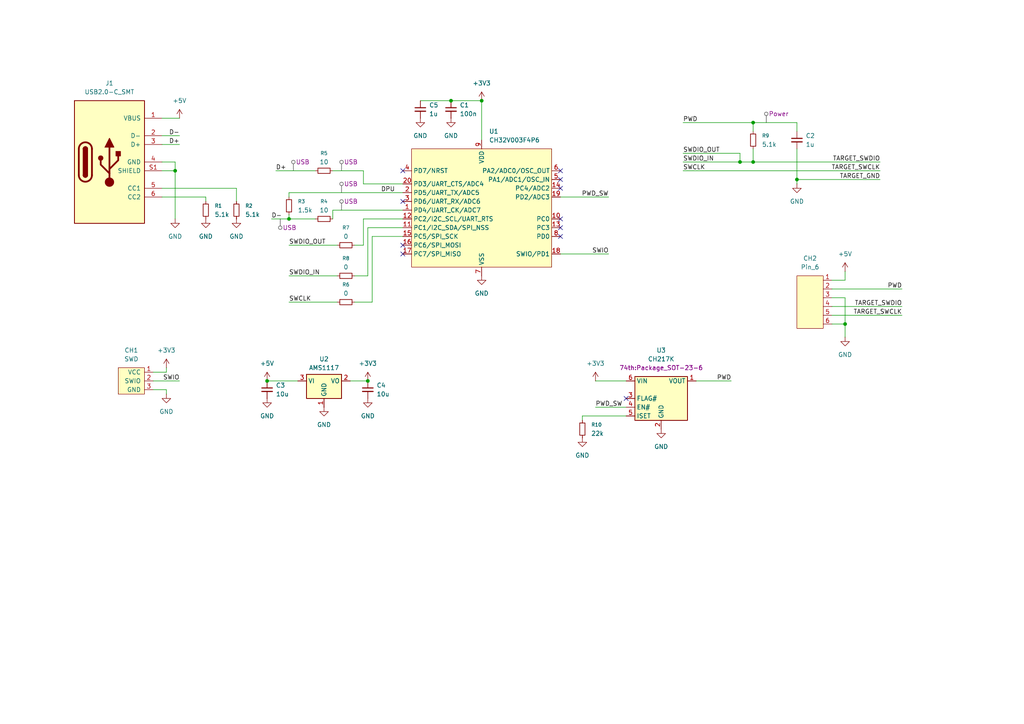
<source format=kicad_sch>
(kicad_sch (version 20250114) (generator "eeschema") (generator_version "9.0")
  (paper "A4")
  (title_block (title "RVSWDIO Programer") (rev "1.0.0"))
  (lib_symbols
    (symbol "74th_Interface:Pin_6_GND"
      (property "Reference" "CH" (at 0 2.54 0))
      (property "Value" "Pin_6" (at 0 5.08 0))
      (symbol "Pin_6_GND_0_1"
        (rectangle (start -3.81 1.27) (end 3.81 -13.97) (stroke (width 0.1524)) (fill (type background)))
      )
      (symbol "Pin_6_GND_1_1"
        (pin bidirectional line (at 6.35 0 180) (length 2.54) (name "") (number "1"))
        (pin bidirectional line (at 6.35 -2.54 180) (length 2.54) (name "") (number "2"))
        (pin bidirectional line (at 6.35 -5.08 180) (length 2.54) (name "") (number "3"))
        (pin bidirectional line (at 6.35 -7.62 180) (length 2.54) (name "") (number "4"))
        (pin bidirectional line (at 6.35 -10.16 180) (length 2.54) (name "") (number "5"))
        (pin power_in line (at 6.35 -12.7 180) (length 2.54) (name "") (number "6"))
      )
    )
    (symbol "74th_Interface:SWD_WCH-1Wire_WITH-VCC" (pin_names (offset 1.016))
      (property "Reference" "CH" (at -3.81 5.08 0))
      (property "Value" "SWD" (at 3.81 5.08 0))
      (symbol "SWD_WCH-1Wire_WITH-VCC_0_1"
        (rectangle (start -3.81 3.81) (end 3.81 -3.81) (fill (type background)))
      )
      (symbol "SWD_WCH-1Wire_WITH-VCC_1_1"
        (pin power_in line (at 6.35 2.54 180) (length 2.54) (name "VCC") (number "1"))
        (pin bidirectional line (at 6.35 0 180) (length 2.54) (name "SWIO") (number "2"))
        (pin power_in line (at 6.35 -2.54 180) (length 2.54) (name "GND") (number "3"))
      )
    )
    (symbol "74th_Interface:USB_TypeC-2.0_Receptacle_Simple" (pin_names (offset 1.016))
      (property "Reference" "J" (at -10.16 19.05 0))
      (property "Value" "USB2.0-C_SMT" (at 15.24 19.05 0))
      (symbol "USB_TypeC-2.0_Receptacle_Simple_0_1"
        (rectangle (start -10.16 17.78) (end 10.16 -17.78) (stroke (width 0.254)) (fill (type background)))
        (polyline (pts (xy -8.89 -3.81) (xy -8.89 3.81)) (stroke (width 0.508)))
        (rectangle (start -7.62 -3.81) (end -6.35 3.81) (stroke (width 0.254)) (fill (type outline)))
        (arc (start -7.62 3.81) (mid -6.985 4.4423) (end -6.35 3.81) (stroke (width 0.254)))
        (arc (start -7.62 3.81) (mid -6.985 4.4423) (end -6.35 3.81) (stroke (width 0.254)) (fill (type outline)))
        (arc (start -8.89 3.81) (mid -6.985 5.7067) (end -5.08 3.81) (stroke (width 0.508)))
        (arc (start -5.08 -3.81) (mid -6.985 -5.7067) (end -8.89 -3.81) (stroke (width 0.508)))
        (arc (start -6.35 -3.81) (mid -6.985 -4.4423) (end -7.62 -3.81) (stroke (width 0.254)))
        (arc (start -6.35 -3.81) (mid -6.985 -4.4423) (end -7.62 -3.81) (stroke (width 0.254)) (fill (type outline)))
        (polyline (pts (xy -5.08 3.81) (xy -5.08 -3.81)) (stroke (width 0.508)))
        (circle (center -2.54 1.143) (radius 0.635) (stroke (width 0.254)) (fill (type outline)))
        (polyline (pts (xy -1.27 4.318) (xy 0 6.858) (xy 1.27 4.318) (xy -1.27 4.318)) (stroke (width 0.254)) (fill (type outline)))
        (polyline (pts (xy 0 -2.032) (xy 2.54 0.508) (xy 2.54 1.778)) (stroke (width 0.508)))
        (polyline (pts (xy 0 -3.302) (xy -2.54 -0.762) (xy -2.54 0.508)) (stroke (width 0.508)))
        (polyline (pts (xy 0 -5.842) (xy 0 4.318)) (stroke (width 0.508)))
        (circle (center 0 -5.842) (radius 1.27) (fill (type outline)))
        (rectangle (start 1.905 1.778) (end 3.175 3.048) (stroke (width 0.254)) (fill (type outline)))
      )
      (symbol "USB_TypeC-2.0_Receptacle_Simple_1_1"
        (pin power_out line (at 15.24 12.7 180) (length 5.08) (name "VBUS") (number "1"))
        (pin bidirectional line (at 15.24 7.62 180) (length 5.08) (name "D-") (number "2"))
        (pin bidirectional line (at 15.24 5.08 180) (length 5.08) (name "D+") (number "3"))
        (pin power_out line (at 15.24 0 180) (length 5.08) (name "GND") (number "4"))
        (pin passive line (at 15.24 -2.54 180) (length 5.08) (name "SHIELD") (number "S1"))
        (pin input line (at 15.24 -7.62 180) (length 5.08) (name "CC1") (number "5"))
        (pin input line (at 15.24 -10.16 180) (length 5.08) (name "CC2") (number "6"))
      )
    )
    (symbol "74th_MCU:CH32V003F4P6"
      (property "Reference" "U" (at -11.43 25.4 0))
      (property "Value" "CH32V003F4P6" (at 12.7 25.4 0))
      (symbol "CH32V003F4P6_0_1"
        (rectangle (start -20.32 24.13) (end 20.32 -10.16) (stroke (width 0.1524)) (fill (type background)))
      )
      (symbol "CH32V003F4P6_1_1"
        (pin bidirectional line (at -22.86 17.78 0) (length 2.54) (name "PD7/NRST") (number "4"))
        (pin bidirectional line (at -22.86 13.97 0) (length 2.54) (name "PD3/UART_CTS/ADC4") (number "20"))
        (pin bidirectional line (at -22.86 11.43 0) (length 2.54) (name "PD5/UART_TX/ADC5") (number "2"))
        (pin bidirectional line (at -22.86 8.89 0) (length 2.54) (name "PD6/UART_RX/ADC6") (number "3"))
        (pin bidirectional line (at -22.86 6.35 0) (length 2.54) (name "PD4/UART_CK/ADC7") (number "1"))
        (pin bidirectional line (at -22.86 3.81 0) (length 2.54) (name "PC2/I2C_SCL/UART_RTS") (number "12"))
        (pin bidirectional line (at -22.86 1.27 0) (length 2.54) (name "PC1/I2C_SDA/SPI_NSS") (number "11"))
        (pin bidirectional line (at -22.86 -1.27 0) (length 2.54) (name "PC5/SPI_SCK") (number "15"))
        (pin bidirectional line (at -22.86 -3.81 0) (length 2.54) (name "PC6/SPI_MOSI") (number "16"))
        (pin bidirectional line (at -22.86 -6.35 0) (length 2.54) (name "PC7/SPI_MISO") (number "17"))
        (pin power_in line (at 0 26.67 270) (length 2.54) (name "VDD") (number "9"))
        (pin power_in line (at 0 -12.7 90) (length 2.54) (name "VSS") (number "7"))
        (pin bidirectional line (at 22.86 17.78 180) (length 2.54) (name "PA2/ADC0/OSC_OUT") (number "6"))
        (pin bidirectional line (at 22.86 15.24 180) (length 2.54) (name "PA1/ADC1/OSC_IN") (number "5"))
        (pin bidirectional line (at 22.86 12.7 180) (length 2.54) (name "PC4/ADC2") (number "14"))
        (pin bidirectional line (at 22.86 10.16 180) (length 2.54) (name "PD2/ADC3") (number "19"))
        (pin bidirectional line (at 22.86 3.81 180) (length 2.54) (name "PC0") (number "10"))
        (pin bidirectional line (at 22.86 1.27 180) (length 2.54) (name "PC3") (number "13"))
        (pin bidirectional line (at 22.86 -1.27 180) (length 2.54) (name "PD0") (number "8"))
        (pin bidirectional line (at 22.86 -6.35 180) (length 2.54) (name "SWIO/PD1") (number "18"))
      )
    )
    (symbol "74th_Passive:AMS1117-3.3_Regulator_SOT89"
      (property "Reference" "U" (at -3.81 3.175 0))
      (property "Value" "AMS1117" (at 0 3.175 0))
      (symbol "AMS1117-3.3_Regulator_SOT89_0_1"
        (rectangle (start -5.08 1.905) (end 5.08 -5.08) (stroke (width 0.254)) (fill (type background)))
      )
      (symbol "AMS1117-3.3_Regulator_SOT89_1_1"
        (pin power_in line (at -7.62 0 0) (length 2.54) (name "VI") (number "3"))
        (pin power_in line (at 0 -7.62 90) (length 2.54) (name "GND") (number "1"))
        (pin power_out line (at 7.62 0 180) (length 2.54) (name "VO") (number "2"))
      )
    )
    (symbol "74th_Passive:CH217K_USB-Power-Limit-Switch"
      (property "Reference" "U" (at -6.35 5.08 0))
      (property "Value" "CH217K" (at 3.81 5.08 0))
      (property "Footprint" "74th:Package_SOT-23-6" (at 17.78 -10.16 0))
      (symbol "CH217K_USB-Power-Limit-Switch_1_1"
        (rectangle (start -7.62 3.81) (end 7.62 -8.89) (stroke (width 0.254)) (fill (type background)))
        (pin power_in line (at -10.16 2.54 0) (length 2.54) (name "VIN") (number "6"))
        (pin input line (at -10.16 -2.54 0) (length 2.54) (name "FLAG#") (number "3"))
        (pin input line (at -10.16 -5.08 0) (length 2.54) (name "EN#") (number "4"))
        (pin input line (at -10.16 -7.62 0) (length 2.54) (name "ISET") (number "5"))
        (pin power_in line (at 0 -11.43 90) (length 2.54) (name "GND") (number "2"))
        (pin power_out line (at 10.16 2.54 180) (length 2.54) (name "VOUT") (number "1"))
      )
    )
    (symbol "Device:C_Small" (pin_numbers (hide yes)) (pin_names (offset 0.254) (hide yes))
      (property "Reference" "C" (at 0.254 1.778 0))
      (property "Value" "C_Small" (at 0.254 -2.032 0))
      (symbol "C_Small_0_1"
        (polyline (pts (xy -1.524 0.508) (xy 1.524 0.508)) (stroke (width 0.3048)))
        (polyline (pts (xy -1.524 -0.508) (xy 1.524 -0.508)) (stroke (width 0.3302)))
      )
      (symbol "C_Small_1_1"
        (pin passive line (at 0 2.54 270) (length 2.032) (name "~") (number "1"))
        (pin passive line (at 0 -2.54 90) (length 2.032) (name "~") (number "2"))
      )
    )
    (symbol "Device:R_Small" (pin_numbers (hide yes)) (pin_names (offset 0.254) (hide yes))
      (property "Reference" "R" (at 0 0 90))
      (property "Value" "R_Small" (at 1.778 0 90))
      (symbol "R_Small_0_1"
        (rectangle (start -0.762 1.778) (end 0.762 -1.778) (stroke (width 0.2032)))
      )
      (symbol "R_Small_1_1"
        (pin passive line (at 0 2.54 270) (length 0.762) (name "~") (number "1"))
        (pin passive line (at 0 -2.54 90) (length 0.762) (name "~") (number "2"))
      )
    )
    (symbol "power:+3V3" (power) (pin_numbers (hide yes)) (pin_names (offset 0) (hide yes))
      (property "Value" "+3V3" (at 0 3.556 0))
      (symbol "+3V3_0_1"
        (polyline (pts (xy -0.762 1.27) (xy 0 2.54)))
        (polyline (pts (xy 0 2.54) (xy 0.762 1.27)))
        (polyline (pts (xy 0 0) (xy 0 2.54)))
      )
      (symbol "+3V3_1_1"
        (pin power_in line (at 0 0 90) (length 0) (name "~") (number "1"))
      )
    )
    (symbol "power:+5V" (power) (pin_numbers (hide yes)) (pin_names (offset 0) (hide yes))
      (property "Value" "+5V" (at 0 3.556 0))
      (symbol "+5V_0_1"
        (polyline (pts (xy -0.762 1.27) (xy 0 2.54)))
        (polyline (pts (xy 0 2.54) (xy 0.762 1.27)))
        (polyline (pts (xy 0 0) (xy 0 2.54)))
      )
      (symbol "+5V_1_1"
        (pin power_in line (at 0 0 90) (length 0) (name "~") (number "1"))
      )
    )
    (symbol "power:GND" (power) (pin_numbers (hide yes)) (pin_names (offset 0) (hide yes))
      (property "Value" "GND" (at 0 -3.81 0))
      (symbol "GND_0_1"
        (polyline (pts (xy 0 0) (xy 0 -1.27) (xy 1.27 -1.27) (xy 0 -2.54) (xy -1.27 -1.27) (xy 0 -1.27)))
      )
      (symbol "GND_1_1"
        (pin power_in line (at 0 0 270) (length 0) (name "~") (number "1"))
      )
    )
  )
  (junction (at 106.68 110.49))
  (junction (at 77.47 110.49))
  (junction (at 130.81 29.21))
  (junction (at 245.11 93.98))
  (junction (at 83.82 63.5))
  (junction (at 218.44 35.56))
  (junction (at 139.7 29.21))
  (junction (at 50.8 49.53))
  (junction (at 214.63 46.99))
  (junction (at 218.44 46.99))
  (junction (at 231.14 52.07))
  (no_connect (at 162.56 68.58))
  (no_connect (at 162.56 66.04))
  (no_connect (at 162.56 49.53))
  (no_connect (at 162.56 54.61))
  (no_connect (at 116.84 58.42))
  (no_connect (at 162.56 63.5))
  (no_connect (at 116.84 73.66))
  (no_connect (at 181.61 115.57))
  (no_connect (at 116.84 71.12))
  (no_connect (at 162.56 52.07))
  (no_connect (at 116.84 49.53))
  (wire (pts (xy 198.12 44.45) (xy 214.63 44.45)))
  (wire (pts (xy 162.56 57.15) (xy 176.53 57.15)))
  (wire (pts (xy 96.52 60.96) (xy 116.84 60.96)))
  (wire (pts (xy 102.87 80.01) (xy 106.68 80.01)))
  (wire (pts (xy 245.11 86.36) (xy 245.11 93.98)))
  (wire (pts (xy 172.72 110.49) (xy 181.61 110.49)))
  (wire (pts (xy 50.8 46.99) (xy 50.8 49.53)))
  (wire (pts (xy 218.44 35.56) (xy 218.44 38.1)))
  (wire (pts (xy 241.3 86.36) (xy 245.11 86.36)))
  (wire (pts (xy 198.12 35.56) (xy 218.44 35.56)))
  (wire (pts (xy 50.8 49.53) (xy 50.8 63.5)))
  (wire (pts (xy 83.82 71.12) (xy 97.79 71.12)))
  (wire (pts (xy 59.69 57.15) (xy 59.69 58.42)))
  (wire (pts (xy 83.82 63.5) (xy 83.82 62.23)))
  (wire (pts (xy 214.63 46.99) (xy 198.12 46.99)))
  (wire (pts (xy 46.99 46.99) (xy 50.8 46.99)))
  (wire (pts (xy 96.52 63.5) (xy 96.52 60.96)))
  (wire (pts (xy 48.26 113.03) (xy 48.26 114.3)))
  (wire (pts (xy 46.99 57.15) (xy 59.69 57.15)))
  (wire (pts (xy 83.82 80.01) (xy 97.79 80.01)))
  (wire (pts (xy 105.41 49.53) (xy 105.41 53.34)))
  (wire (pts (xy 44.45 110.49) (xy 52.07 110.49)))
  (wire (pts (xy 245.11 81.28) (xy 245.11 78.74)))
  (wire (pts (xy 105.41 71.12) (xy 105.41 63.5)))
  (wire (pts (xy 83.82 57.15) (xy 83.82 55.88)))
  (wire (pts (xy 68.58 54.61) (xy 68.58 58.42)))
  (wire (pts (xy 130.81 29.21) (xy 139.7 29.21)))
  (wire (pts (xy 48.26 107.95) (xy 48.26 106.68)))
  (wire (pts (xy 218.44 43.18) (xy 218.44 46.99)))
  (wire (pts (xy 97.79 87.63) (xy 83.82 87.63)))
  (wire (pts (xy 201.93 110.49) (xy 212.09 110.49)))
  (wire (pts (xy 241.3 93.98) (xy 245.11 93.98)))
  (wire (pts (xy 231.14 38.1) (xy 231.14 35.56)))
  (wire (pts (xy 46.99 54.61) (xy 68.58 54.61)))
  (wire (pts (xy 241.3 88.9) (xy 261.62 88.9)))
  (wire (pts (xy 83.82 55.88) (xy 116.84 55.88)))
  (wire (pts (xy 214.63 46.99) (xy 218.44 46.99)))
  (wire (pts (xy 181.61 120.65) (xy 168.91 120.65)))
  (wire (pts (xy 105.41 53.34) (xy 116.84 53.34)))
  (wire (pts (xy 245.11 93.98) (xy 245.11 97.79)))
  (wire (pts (xy 214.63 44.45) (xy 214.63 46.99)))
  (wire (pts (xy 46.99 41.91) (xy 52.07 41.91)))
  (wire (pts (xy 106.68 66.04) (xy 116.84 66.04)))
  (wire (pts (xy 46.99 34.29) (xy 52.07 34.29)))
  (wire (pts (xy 139.7 29.21) (xy 139.7 40.64)))
  (wire (pts (xy 46.99 39.37) (xy 52.07 39.37)))
  (wire (pts (xy 231.14 52.07) (xy 255.27 52.07)))
  (wire (pts (xy 241.3 91.44) (xy 261.62 91.44)))
  (wire (pts (xy 105.41 63.5) (xy 116.84 63.5)))
  (wire (pts (xy 107.95 87.63) (xy 102.87 87.63)))
  (wire (pts (xy 231.14 43.18) (xy 231.14 52.07)))
  (wire (pts (xy 107.95 68.58) (xy 116.84 68.58)))
  (wire (pts (xy 241.3 81.28) (xy 245.11 81.28)))
  (wire (pts (xy 101.6 110.49) (xy 106.68 110.49)))
  (wire (pts (xy 83.82 63.5) (xy 91.44 63.5)))
  (wire (pts (xy 107.95 87.63) (xy 107.95 68.58)))
  (wire (pts (xy 44.45 113.03) (xy 48.26 113.03)))
  (wire (pts (xy 172.72 118.11) (xy 181.61 118.11)))
  (wire (pts (xy 46.99 49.53) (xy 50.8 49.53)))
  (wire (pts (xy 231.14 35.56) (xy 218.44 35.56)))
  (wire (pts (xy 96.52 49.53) (xy 105.41 49.53)))
  (wire (pts (xy 241.3 83.82) (xy 261.62 83.82)))
  (wire (pts (xy 106.68 80.01) (xy 106.68 66.04)))
  (wire (pts (xy 218.44 46.99) (xy 255.27 46.99)))
  (wire (pts (xy 78.74 63.5) (xy 83.82 63.5)))
  (wire (pts (xy 102.87 71.12) (xy 105.41 71.12)))
  (wire (pts (xy 80.01 49.53) (xy 91.44 49.53)))
  (wire (pts (xy 168.91 120.65) (xy 168.91 121.92)))
  (wire (pts (xy 44.45 107.95) (xy 48.26 107.95)))
  (wire (pts (xy 198.12 49.53) (xy 255.27 49.53)))
  (wire (pts (xy 77.47 110.49) (xy 86.36 110.49)))
  (wire (pts (xy 162.56 73.66) (xy 176.53 73.66)))
  (wire (pts (xy 121.92 29.21) (xy 130.81 29.21)))
  (wire (pts (xy 231.14 52.07) (xy 231.14 53.34)))
  (label "D-" (at 52.07 39.37 180))
  (label "SWCLK" (at 198.12 49.53 0))
  (label "D+" (at 80.01 49.53 0))
  (label "SWIO" (at 176.53 73.66 180))
  (label "SWIO" (at 52.07 110.49 180))
  (label "D+" (at 52.07 41.91 180))
  (label "PWD_SW" (at 172.72 118.11 0))
  (label "SWDIO_OUT" (at 198.12 44.45 0))
  (label "PWD_SW" (at 176.53 57.15 180))
  (label "D-" (at 78.74 63.5 0))
  (label "SWDIO_IN" (at 83.82 80.01 0))
  (label "PWD" (at 198.12 35.56 0))
  (label "TARGET_SWCLK" (at 255.27 49.53 180))
  (label "PWD" (at 261.62 83.82 180))
  (label "TARGET_SWCLK" (at 261.62 91.44 180))
  (label "TARGET_SWDIO" (at 261.62 88.9 180))
  (label "SWDIO_IN" (at 198.12 46.99 0))
  (label "SWCLK" (at 83.82 87.63 0))
  (label "DPU" (at 110.49 55.88 0))
  (label "SWDIO_OUT" (at 83.82 71.12 0))
  (label "TARGET_SWDIO" (at 255.27 46.99 180))
  (label "PWD" (at 212.09 110.49 180))
  (label "TARGET_GND" (at 255.27 52.07 180))
  (netclass_flag "" (length 2.54) (shape round) (at 81.28 63.5 180) (property "Netclass" "USB" (at 81.9785 66.04 0) (effects (justify left))))
  (netclass_flag "" (length 2.54) (shape round) (at 99.06 55.88 0) (property "Netclass" "USB" (at 99.7585 53.34 0) (effects (justify left))))
  (netclass_flag "" (length 2.54) (shape round) (at 99.06 49.53 0) (property "Netclass" "USB" (at 99.7585 46.99 0) (effects (justify left))))
  (netclass_flag "" (length 2.54) (shape round) (at 85.09 49.53 0) (property "Netclass" "USB" (at 85.7885 46.99 0) (effects (justify left))))
  (netclass_flag "" (length 2.54) (shape round) (at 99.06 60.96 0) (property "Netclass" "USB" (at 99.7585 58.42 0) (effects (justify left))))
  (netclass_flag "" (length 2.54) (shape round) (at 222.25 35.56 0) (property "Netclass" "Power" (at 222.9485 33.02 0) (effects (justify left))))
  (symbol (lib_id "74th_Interface:SWD_WCH-1Wire_WITH-VCC") (at 38.1 110.49 0) (unit 1)
    (property "Reference" "CH1" (at 38.1 101.6 0))
    (property "Value" "SWD" (at 38.1 104.14 0))
    (property "Footprint" "74th:PinOut_Pin_3_3GND" (effects (hide yes)))
  )
  (symbol (lib_id "Device:R_Small") (at 100.33 87.63 90) (unit 1)
    (property "Reference" "R6" (at 100.33 82.55 90) (effects (font (size 1.016 1.016))))
    (property "Value" "0" (at 100.33 85.09 90))
    (property "Footprint" "74th:Register_0603_1608" (effects (hide yes)))
    (property "Description" "Resistor, small symbol" (effects (hide yes)))
  )
  (symbol (lib_id "power:GND") (at 168.91 127 0) (unit 1)
    (property "Reference" "#PWR012" (effects (hide yes)))
    (property "Value" "GND" (at 168.91 132.08 0))
    (property "Description" "Power symbol creates a global label with name \"GND\" , ground" (effects (hide yes)))
  )
  (symbol (lib_id "Device:C_Small") (at 77.47 113.03 0) (unit 1)
    (property "Reference" "C3" (at 80.01 111.7662 0) (effects (justify left)))
    (property "Value" "10u" (at 80.01 114.3062 0) (effects (justify left)))
    (property "Footprint" "74th:Capacitor_0603_1608" (effects (hide yes)))
    (property "Description" "Unpolarized capacitor, small symbol" (effects (hide yes)))
  )
  (symbol (lib_id "power:GND") (at 59.69 63.5 0) (unit 1)
    (property "Reference" "#PWR09" (effects (hide yes)))
    (property "Value" "GND" (at 59.69 68.58 0))
    (property "Description" "Power symbol creates a global label with name \"GND\" , ground" (effects (hide yes)))
  )
  (symbol (lib_id "power:GND") (at 130.81 34.29 0) (unit 1)
    (property "Reference" "#PWR03" (effects (hide yes)))
    (property "Value" "GND" (at 130.81 39.37 0))
    (property "Description" "Power symbol creates a global label with name \"GND\" , ground" (effects (hide yes)))
  )
  (symbol (lib_id "Device:R_Small") (at 59.69 60.96 0) (unit 1)
    (property "Reference" "R1" (at 62.23 59.6899 0) (effects (font (size 1.016 1.016)) (justify left)))
    (property "Value" "5.1k" (at 62.23 62.2299 0) (effects (justify left)))
    (property "Footprint" "74th:Register_0603_1608" (effects (hide yes)))
    (property "Description" "Resistor, small symbol" (effects (hide yes)))
  )
  (symbol (lib_id "power:+5V") (at 245.11 78.74 0) (unit 1)
    (property "Reference" "#PWR017" (effects (hide yes)))
    (property "Value" "+5V" (at 245.11 73.66 0))
    (property "Description" "Power symbol creates a global label with name \"+5V\"" (effects (hide yes)))
  )
  (symbol (lib_id "power:+5V") (at 77.47 110.49 0) (unit 1)
    (property "Reference" "#PWR07" (effects (hide yes)))
    (property "Value" "+5V" (at 77.47 105.41 0))
    (property "Description" "Power symbol creates a global label with name \"+5V\"" (effects (hide yes)))
  )
  (symbol (lib_id "Device:R_Small") (at 83.82 59.69 0) (unit 1)
    (property "Reference" "R3" (at 86.36 58.4199 0) (effects (font (size 1.016 1.016)) (justify left)))
    (property "Value" "1.5k" (at 86.36 60.9599 0) (effects (justify left)))
    (property "Footprint" "74th:Register_0603_1608" (effects (hide yes)))
    (property "Description" "Resistor, small symbol" (effects (hide yes)))
  )
  (symbol (lib_id "Device:C_Small") (at 121.92 31.75 0) (unit 1)
    (property "Reference" "C5" (at 124.46 30.4862 0) (effects (justify left)))
    (property "Value" "1u" (at 124.46 33.0262 0) (effects (justify left)))
    (property "Footprint" "74th:Capacitor_0603_1608" (effects (hide yes)))
    (property "Description" "Unpolarized capacitor, small symbol" (effects (hide yes)))
  )
  (symbol (lib_id "Device:C_Small") (at 106.68 113.03 0) (unit 1)
    (property "Reference" "C4" (at 109.22 111.7662 0) (effects (justify left)))
    (property "Value" "10u" (at 109.22 114.3062 0) (effects (justify left)))
    (property "Footprint" "74th:Capacitor_0603_1608" (effects (hide yes)))
    (property "Description" "Unpolarized capacitor, small symbol" (effects (hide yes)))
  )
  (symbol (lib_id "74th_MCU:CH32V003F4P6") (at 139.7 67.31 0) (unit 1)
    (property "Reference" "U1" (at 141.8433 38.1 0) (effects (justify left)))
    (property "Value" "CH32V003F4P6" (at 141.8433 40.64 0) (effects (justify left)))
    (property "Footprint" "74th:Package_TSSOP-20_4.4x6.5mm_P0.65mm" (effects (hide yes)))
  )
  (symbol (lib_id "power:GND") (at 231.14 53.34 0) (unit 1)
    (property "Reference" "#PWR013" (effects (hide yes)))
    (property "Value" "GND" (at 231.14 58.42 0))
    (property "Description" "Power symbol creates a global label with name \"GND\" , ground" (effects (hide yes)))
  )
  (symbol (lib_id "power:+3V3") (at 172.72 110.49 0) (unit 1)
    (property "Reference" "#PWR021" (effects (hide yes)))
    (property "Value" "+3V3" (at 172.72 105.41 0))
    (property "Description" "Power symbol creates a global label with name \"+3V3\"" (effects (hide yes)))
  )
  (symbol (lib_id "Device:R_Small") (at 93.98 49.53 90) (unit 1)
    (property "Reference" "R5" (at 93.98 44.45 90) (effects (font (size 1.016 1.016))))
    (property "Value" "10" (at 93.98 46.99 90))
    (property "Footprint" "74th:Register_0603_1608" (effects (hide yes)))
    (property "Description" "Resistor, small symbol" (effects (hide yes)))
  )
  (symbol (lib_id "power:GND") (at 121.92 34.29 0) (unit 1)
    (property "Reference" "#PWR018" (effects (hide yes)))
    (property "Value" "GND" (at 121.92 39.37 0))
    (property "Description" "Power symbol creates a global label with name \"GND\" , ground" (effects (hide yes)))
  )
  (symbol (lib_id "power:+3V3") (at 139.7 29.21 0) (unit 1)
    (property "Reference" "#PWR01" (effects (hide yes)))
    (property "Value" "+3V3" (at 139.7 24.13 0))
    (property "Description" "Power symbol creates a global label with name \"+3V3\"" (effects (hide yes)))
  )
  (symbol (lib_id "power:GND") (at 50.8 63.5 0) (unit 1)
    (property "Reference" "#PWR011" (effects (hide yes)))
    (property "Value" "GND" (at 50.8 68.58 0))
    (property "Description" "Power symbol creates a global label with name \"GND\" , ground" (effects (hide yes)))
  )
  (symbol (lib_id "power:GND") (at 48.26 114.3 0) (unit 1)
    (property "Reference" "#PWR014" (effects (hide yes)))
    (property "Value" "GND" (at 48.26 119.38 0))
    (property "Description" "Power symbol creates a global label with name \"GND\" , ground" (effects (hide yes)))
  )
  (symbol (lib_id "power:+3V3") (at 106.68 110.49 0) (unit 1)
    (property "Reference" "#PWR020" (effects (hide yes)))
    (property "Value" "+3V3" (at 106.68 105.41 0))
    (property "Description" "Power symbol creates a global label with name \"+3V3\"" (effects (hide yes)))
  )
  (symbol (lib_id "power:GND") (at 93.98 118.11 0) (unit 1)
    (property "Reference" "#PWR04" (effects (hide yes)))
    (property "Value" "GND" (at 93.98 123.19 0))
    (property "Description" "Power symbol creates a global label with name \"GND\" , ground" (effects (hide yes)))
  )
  (symbol (lib_id "power:GND") (at 77.47 115.57 0) (unit 1)
    (property "Reference" "#PWR05" (effects (hide yes)))
    (property "Value" "GND" (at 77.47 120.65 0))
    (property "Description" "Power symbol creates a global label with name \"GND\" , ground" (effects (hide yes)))
  )
  (symbol (lib_id "74th_Passive:CH217K_USB-Power-Limit-Switch") (at 191.77 113.03 0) (unit 1)
    (property "Reference" "U3" (at 191.77 101.6 0))
    (property "Value" "CH217K" (at 191.77 104.14 0))
    (property "Footprint" "74th:Package_SOT-23-6" (at 191.77 106.68 0))
  )
  (symbol (lib_id "74th_Interface:USB_TypeC-2.0_Receptacle_Simple") (at 31.75 46.99 0) (unit 1)
    (property "Reference" "J1" (at 31.75 24.13 0))
    (property "Value" "USB2.0-C_SMT" (at 31.75 26.67 0))
    (property "Footprint" "74th:Connector_USB-C-Receptacle_SMT_12-Pin_Simple" (effects (hide yes)))
    (property "Datasheet" "https://www.usb.org/sites/default/files/documents/usb_type-c.zip" (effects (hide yes)))
    (property "Description" "USB 2.0-only Type-C Plug connector" (effects (hide yes)))
  )
  (symbol (lib_id "Device:C_Small") (at 130.81 31.75 0) (unit 1)
    (property "Reference" "C1" (at 133.35 30.4862 0) (effects (justify left)))
    (property "Value" "100n" (at 133.35 33.0262 0) (effects (justify left)))
    (property "Footprint" "74th:Capacitor_0603_1608" (effects (hide yes)))
    (property "Description" "Unpolarized capacitor, small symbol" (effects (hide yes)))
  )
  (symbol (lib_id "power:GND") (at 106.68 115.57 0) (unit 1)
    (property "Reference" "#PWR06" (effects (hide yes)))
    (property "Value" "GND" (at 106.68 120.65 0))
    (property "Description" "Power symbol creates a global label with name \"GND\" , ground" (effects (hide yes)))
  )
  (symbol (lib_id "74th_Passive:AMS1117-3.3_Regulator_SOT89") (at 93.98 110.49 0) (unit 1)
    (property "Reference" "U2" (at 93.98 104.14 0))
    (property "Value" "AMS1117" (at 93.98 106.68 0))
    (property "Footprint" "74th:Package_SOT-89-3" (effects (hide yes)))
    (property "Description" "1A Low Dropout regulator, positive, adjustable output, SOT-223" (effects (hide yes)))
  )
  (symbol (lib_id "power:GND") (at 245.11 97.79 0) (unit 1)
    (property "Reference" "#PWR016" (effects (hide yes)))
    (property "Value" "GND" (at 245.11 102.87 0))
    (property "Description" "Power symbol creates a global label with name \"GND\" , ground" (effects (hide yes)))
  )
  (symbol (lib_id "power:GND") (at 191.77 124.46 0) (unit 1)
    (property "Reference" "#PWR019" (effects (hide yes)))
    (property "Value" "GND" (at 191.77 129.54 0))
    (property "Description" "Power symbol creates a global label with name \"GND\" , ground" (effects (hide yes)))
  )
  (symbol (lib_id "Device:C_Small") (at 231.14 40.64 0) (unit 1)
    (property "Reference" "C2" (at 233.68 39.3762 0) (effects (justify left)))
    (property "Value" "1u" (at 233.68 41.9162 0) (effects (justify left)))
    (property "Footprint" "74th:Capacitor_0603_1608" (effects (hide yes)))
    (property "Description" "Unpolarized capacitor, small symbol" (effects (hide yes)))
  )
  (symbol (lib_id "Device:R_Small") (at 100.33 71.12 90) (unit 1)
    (property "Reference" "R7" (at 100.33 66.04 90) (effects (font (size 1.016 1.016))))
    (property "Value" "0" (at 100.33 68.58 90))
    (property "Footprint" "74th:Register_0603_1608" (effects (hide yes)))
    (property "Description" "Resistor, small symbol" (effects (hide yes)))
  )
  (symbol (lib_id "Device:R_Small") (at 93.98 63.5 90) (unit 1)
    (property "Reference" "R4" (at 93.98 58.42 90) (effects (font (size 1.016 1.016))))
    (property "Value" "10" (at 93.98 60.96 90))
    (property "Footprint" "74th:Register_0603_1608" (effects (hide yes)))
    (property "Description" "Resistor, small symbol" (effects (hide yes)))
  )
  (symbol (lib_id "power:+3V3") (at 48.26 106.68 0) (unit 1)
    (property "Reference" "#PWR015" (effects (hide yes)))
    (property "Value" "+3V3" (at 48.26 101.6 0))
    (property "Description" "Power symbol creates a global label with name \"+3V3\"" (effects (hide yes)))
  )
  (symbol (lib_id "Device:R_Small") (at 100.33 80.01 90) (unit 1)
    (property "Reference" "R8" (at 100.33 74.93 90) (effects (font (size 1.016 1.016))))
    (property "Value" "0" (at 100.33 77.47 90))
    (property "Footprint" "74th:Register_0603_1608" (effects (hide yes)))
    (property "Description" "Resistor, small symbol" (effects (hide yes)))
  )
  (symbol (lib_id "74th_Interface:Pin_6_GND") (at 234.95 81.28 0) (unit 1)
    (property "Reference" "CH2" (at 234.95 74.93 0))
    (property "Value" "Pin_6" (at 234.95 77.47 0))
    (property "Footprint" "74th:PinOut_Pin_6_GND" (effects (hide yes)))
  )
  (symbol (lib_id "power:+5V") (at 52.07 34.29 0) (unit 1)
    (property "Reference" "#PWR08" (effects (hide yes)))
    (property "Value" "+5V" (at 52.07 29.21 0))
    (property "Description" "Power symbol creates a global label with name \"+5V\"" (effects (hide yes)))
  )
  (symbol (lib_id "Device:R_Small") (at 218.44 40.64 180) (unit 1)
    (property "Reference" "R9" (at 220.98 39.3699 0) (effects (font (size 1.016 1.016)) (justify right)))
    (property "Value" "5.1k" (at 220.98 41.9099 0) (effects (justify right)))
    (property "Footprint" "74th:Register_0603_1608" (effects (hide yes)))
    (property "Description" "Resistor, small symbol" (effects (hide yes)))
  )
  (symbol (lib_id "Device:R_Small") (at 168.91 124.46 0) (unit 1)
    (property "Reference" "R10" (at 171.45 123.1899 0) (effects (font (size 1.016 1.016)) (justify left)))
    (property "Value" "22k" (at 171.45 125.7299 0) (effects (justify left)))
    (property "Footprint" "74th:Register_0603_1608" (effects (hide yes)))
    (property "Description" "Resistor, small symbol" (effects (hide yes)))
  )
  (symbol (lib_id "Device:R_Small") (at 68.58 60.96 0) (unit 1)
    (property "Reference" "R2" (at 71.12 59.6899 0) (effects (font (size 1.016 1.016)) (justify left)))
    (property "Value" "5.1k" (at 71.12 62.2299 0) (effects (justify left)))
    (property "Footprint" "74th:Register_0603_1608" (effects (hide yes)))
    (property "Description" "Resistor, small symbol" (effects (hide yes)))
  )
  (symbol (lib_id "power:GND") (at 68.58 63.5 0) (unit 1)
    (property "Reference" "#PWR010" (effects (hide yes)))
    (property "Value" "GND" (at 68.58 68.58 0))
    (property "Description" "Power symbol creates a global label with name \"GND\" , ground" (effects (hide yes)))
  )
  (symbol (lib_id "power:GND") (at 139.7 80.01 0) (unit 1)
    (property "Reference" "#PWR02" (effects (hide yes)))
    (property "Value" "GND" (at 139.7 85.09 0))
    (property "Description" "Power symbol creates a global label with name \"GND\" , ground" (effects (hide yes)))
  )
)
</source>
